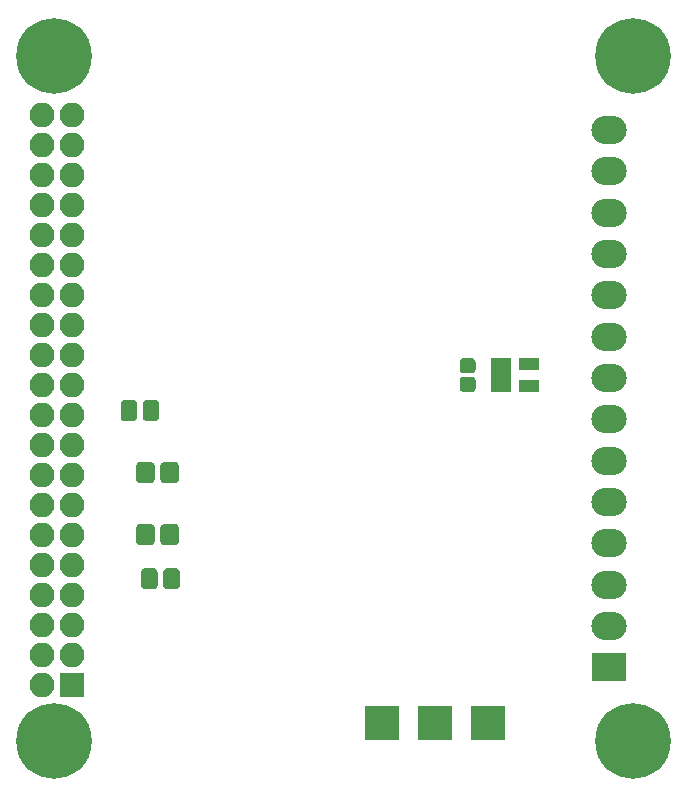
<source format=gbr>
G04 #@! TF.GenerationSoftware,KiCad,Pcbnew,6.0.0-rc1-unknown-46fddab~66~ubuntu16.04.1*
G04 #@! TF.CreationDate,2018-09-05T17:59:14+01:00*
G04 #@! TF.ProjectId,test,746573742E6B696361645F7063620000,rev?*
G04 #@! TF.SameCoordinates,Original*
G04 #@! TF.FileFunction,Soldermask,Top*
G04 #@! TF.FilePolarity,Negative*
%FSLAX46Y46*%
G04 Gerber Fmt 4.6, Leading zero omitted, Abs format (unit mm)*
G04 Created by KiCad (PCBNEW 6.0.0-rc1-unknown-46fddab~66~ubuntu16.04.1) date Wed Sep  5 17:59:14 2018*
%MOMM*%
%LPD*%
G01*
G04 APERTURE LIST*
%ADD10R,2.900000X2.900000*%
%ADD11C,6.400000*%
%ADD12C,0.100000*%
%ADD13C,1.275000*%
%ADD14R,3.000000X2.400000*%
%ADD15O,3.000000X2.400000*%
%ADD16R,2.100000X2.100000*%
%ADD17O,2.100000X2.100000*%
%ADD18R,1.790000X0.980000*%
%ADD19C,1.550000*%
%ADD20C,1.375000*%
G04 APERTURE END LIST*
D10*
G04 #@! TO.C,K*
X177750000Y-105750000D03*
G04 #@! TD*
G04 #@! TO.C,5V*
X173250000Y-105750000D03*
G04 #@! TD*
D11*
G04 #@! TO.C,REF\002A\002A*
X141000000Y-49250000D03*
G04 #@! TD*
G04 #@! TO.C,REF\002A\002A*
X190000000Y-49250000D03*
G04 #@! TD*
G04 #@! TO.C,REF\002A\002A*
X190000000Y-107250000D03*
G04 #@! TD*
G04 #@! TO.C,REF\002A\002A*
X141000000Y-107250000D03*
G04 #@! TD*
D12*
G04 #@! TO.C,C4*
G36*
X176387493Y-74826535D02*
X176418435Y-74831125D01*
X176448778Y-74838725D01*
X176478230Y-74849263D01*
X176506508Y-74862638D01*
X176533338Y-74878719D01*
X176558463Y-74897353D01*
X176581640Y-74918360D01*
X176602647Y-74941537D01*
X176621281Y-74966662D01*
X176637362Y-74993492D01*
X176650737Y-75021770D01*
X176661275Y-75051222D01*
X176668875Y-75081565D01*
X176673465Y-75112507D01*
X176675000Y-75143750D01*
X176675000Y-75781250D01*
X176673465Y-75812493D01*
X176668875Y-75843435D01*
X176661275Y-75873778D01*
X176650737Y-75903230D01*
X176637362Y-75931508D01*
X176621281Y-75958338D01*
X176602647Y-75983463D01*
X176581640Y-76006640D01*
X176558463Y-76027647D01*
X176533338Y-76046281D01*
X176506508Y-76062362D01*
X176478230Y-76075737D01*
X176448778Y-76086275D01*
X176418435Y-76093875D01*
X176387493Y-76098465D01*
X176356250Y-76100000D01*
X175643750Y-76100000D01*
X175612507Y-76098465D01*
X175581565Y-76093875D01*
X175551222Y-76086275D01*
X175521770Y-76075737D01*
X175493492Y-76062362D01*
X175466662Y-76046281D01*
X175441537Y-76027647D01*
X175418360Y-76006640D01*
X175397353Y-75983463D01*
X175378719Y-75958338D01*
X175362638Y-75931508D01*
X175349263Y-75903230D01*
X175338725Y-75873778D01*
X175331125Y-75843435D01*
X175326535Y-75812493D01*
X175325000Y-75781250D01*
X175325000Y-75143750D01*
X175326535Y-75112507D01*
X175331125Y-75081565D01*
X175338725Y-75051222D01*
X175349263Y-75021770D01*
X175362638Y-74993492D01*
X175378719Y-74966662D01*
X175397353Y-74941537D01*
X175418360Y-74918360D01*
X175441537Y-74897353D01*
X175466662Y-74878719D01*
X175493492Y-74862638D01*
X175521770Y-74849263D01*
X175551222Y-74838725D01*
X175581565Y-74831125D01*
X175612507Y-74826535D01*
X175643750Y-74825000D01*
X176356250Y-74825000D01*
X176387493Y-74826535D01*
X176387493Y-74826535D01*
G37*
D13*
X176000000Y-75462500D03*
D12*
G36*
X176387493Y-76401535D02*
X176418435Y-76406125D01*
X176448778Y-76413725D01*
X176478230Y-76424263D01*
X176506508Y-76437638D01*
X176533338Y-76453719D01*
X176558463Y-76472353D01*
X176581640Y-76493360D01*
X176602647Y-76516537D01*
X176621281Y-76541662D01*
X176637362Y-76568492D01*
X176650737Y-76596770D01*
X176661275Y-76626222D01*
X176668875Y-76656565D01*
X176673465Y-76687507D01*
X176675000Y-76718750D01*
X176675000Y-77356250D01*
X176673465Y-77387493D01*
X176668875Y-77418435D01*
X176661275Y-77448778D01*
X176650737Y-77478230D01*
X176637362Y-77506508D01*
X176621281Y-77533338D01*
X176602647Y-77558463D01*
X176581640Y-77581640D01*
X176558463Y-77602647D01*
X176533338Y-77621281D01*
X176506508Y-77637362D01*
X176478230Y-77650737D01*
X176448778Y-77661275D01*
X176418435Y-77668875D01*
X176387493Y-77673465D01*
X176356250Y-77675000D01*
X175643750Y-77675000D01*
X175612507Y-77673465D01*
X175581565Y-77668875D01*
X175551222Y-77661275D01*
X175521770Y-77650737D01*
X175493492Y-77637362D01*
X175466662Y-77621281D01*
X175441537Y-77602647D01*
X175418360Y-77581640D01*
X175397353Y-77558463D01*
X175378719Y-77533338D01*
X175362638Y-77506508D01*
X175349263Y-77478230D01*
X175338725Y-77448778D01*
X175331125Y-77418435D01*
X175326535Y-77387493D01*
X175325000Y-77356250D01*
X175325000Y-76718750D01*
X175326535Y-76687507D01*
X175331125Y-76656565D01*
X175338725Y-76626222D01*
X175349263Y-76596770D01*
X175362638Y-76568492D01*
X175378719Y-76541662D01*
X175397353Y-76516537D01*
X175418360Y-76493360D01*
X175441537Y-76472353D01*
X175466662Y-76453719D01*
X175493492Y-76437638D01*
X175521770Y-76424263D01*
X175551222Y-76413725D01*
X175581565Y-76406125D01*
X175612507Y-76401535D01*
X175643750Y-76400000D01*
X176356250Y-76400000D01*
X176387493Y-76401535D01*
X176387493Y-76401535D01*
G37*
D13*
X176000000Y-77037500D03*
G04 #@! TD*
D14*
G04 #@! TO.C,J1*
X188000000Y-101000000D03*
D15*
X188000000Y-97500000D03*
X188000000Y-94000000D03*
X188000000Y-90500000D03*
X188000000Y-87000000D03*
X188000000Y-83500000D03*
X188000000Y-80000000D03*
X188000000Y-76500000D03*
X188000000Y-73000000D03*
X188000000Y-69500000D03*
X188000000Y-66000000D03*
X188000000Y-62500000D03*
X188000000Y-59000000D03*
X188000000Y-55500000D03*
G04 #@! TD*
D16*
G04 #@! TO.C,RASPI_2_3_HEADER1*
X142500000Y-102500000D03*
D17*
X139960000Y-102500000D03*
X142500000Y-99960000D03*
X139960000Y-99960000D03*
X142500000Y-97420000D03*
X139960000Y-97420000D03*
X142500000Y-94880000D03*
X139960000Y-94880000D03*
X142500000Y-92340000D03*
X139960000Y-92340000D03*
X142500000Y-89800000D03*
X139960000Y-89800000D03*
X142500000Y-87260000D03*
X139960000Y-87260000D03*
X142500000Y-84720000D03*
X139960000Y-84720000D03*
X142500000Y-82180000D03*
X139960000Y-82180000D03*
X142500000Y-79640000D03*
X139960000Y-79640000D03*
X142500000Y-77100000D03*
X139960000Y-77100000D03*
X142500000Y-74560000D03*
X139960000Y-74560000D03*
X142500000Y-72020000D03*
X139960000Y-72020000D03*
X142500000Y-69480000D03*
X139960000Y-69480000D03*
X142500000Y-66940000D03*
X139960000Y-66940000D03*
X142500000Y-64400000D03*
X139960000Y-64400000D03*
X142500000Y-61860000D03*
X139960000Y-61860000D03*
X142500000Y-59320000D03*
X139960000Y-59320000D03*
X142500000Y-56780000D03*
X139960000Y-56780000D03*
X142500000Y-54240000D03*
X139960000Y-54240000D03*
G04 #@! TD*
D18*
G04 #@! TO.C,U4*
X178835000Y-75300000D03*
X178835000Y-76250000D03*
X178835000Y-77200000D03*
X181165000Y-77200000D03*
X181165000Y-75300000D03*
G04 #@! TD*
D10*
G04 #@! TO.C,GND*
X168750000Y-105750000D03*
G04 #@! TD*
D12*
G04 #@! TO.C,D2*
G36*
X149196071Y-83601623D02*
X149228781Y-83606475D01*
X149260857Y-83614509D01*
X149291991Y-83625649D01*
X149321884Y-83639787D01*
X149350247Y-83656787D01*
X149376807Y-83676485D01*
X149401308Y-83698692D01*
X149423515Y-83723193D01*
X149443213Y-83749753D01*
X149460213Y-83778116D01*
X149474351Y-83808009D01*
X149485491Y-83839143D01*
X149493525Y-83871219D01*
X149498377Y-83903929D01*
X149500000Y-83936956D01*
X149500000Y-85063044D01*
X149498377Y-85096071D01*
X149493525Y-85128781D01*
X149485491Y-85160857D01*
X149474351Y-85191991D01*
X149460213Y-85221884D01*
X149443213Y-85250247D01*
X149423515Y-85276807D01*
X149401308Y-85301308D01*
X149376807Y-85323515D01*
X149350247Y-85343213D01*
X149321884Y-85360213D01*
X149291991Y-85374351D01*
X149260857Y-85385491D01*
X149228781Y-85393525D01*
X149196071Y-85398377D01*
X149163044Y-85400000D01*
X148286956Y-85400000D01*
X148253929Y-85398377D01*
X148221219Y-85393525D01*
X148189143Y-85385491D01*
X148158009Y-85374351D01*
X148128116Y-85360213D01*
X148099753Y-85343213D01*
X148073193Y-85323515D01*
X148048692Y-85301308D01*
X148026485Y-85276807D01*
X148006787Y-85250247D01*
X147989787Y-85221884D01*
X147975649Y-85191991D01*
X147964509Y-85160857D01*
X147956475Y-85128781D01*
X147951623Y-85096071D01*
X147950000Y-85063044D01*
X147950000Y-83936956D01*
X147951623Y-83903929D01*
X147956475Y-83871219D01*
X147964509Y-83839143D01*
X147975649Y-83808009D01*
X147989787Y-83778116D01*
X148006787Y-83749753D01*
X148026485Y-83723193D01*
X148048692Y-83698692D01*
X148073193Y-83676485D01*
X148099753Y-83656787D01*
X148128116Y-83639787D01*
X148158009Y-83625649D01*
X148189143Y-83614509D01*
X148221219Y-83606475D01*
X148253929Y-83601623D01*
X148286956Y-83600000D01*
X149163044Y-83600000D01*
X149196071Y-83601623D01*
X149196071Y-83601623D01*
G37*
D19*
X148725000Y-84500000D03*
D12*
G36*
X151246071Y-83601623D02*
X151278781Y-83606475D01*
X151310857Y-83614509D01*
X151341991Y-83625649D01*
X151371884Y-83639787D01*
X151400247Y-83656787D01*
X151426807Y-83676485D01*
X151451308Y-83698692D01*
X151473515Y-83723193D01*
X151493213Y-83749753D01*
X151510213Y-83778116D01*
X151524351Y-83808009D01*
X151535491Y-83839143D01*
X151543525Y-83871219D01*
X151548377Y-83903929D01*
X151550000Y-83936956D01*
X151550000Y-85063044D01*
X151548377Y-85096071D01*
X151543525Y-85128781D01*
X151535491Y-85160857D01*
X151524351Y-85191991D01*
X151510213Y-85221884D01*
X151493213Y-85250247D01*
X151473515Y-85276807D01*
X151451308Y-85301308D01*
X151426807Y-85323515D01*
X151400247Y-85343213D01*
X151371884Y-85360213D01*
X151341991Y-85374351D01*
X151310857Y-85385491D01*
X151278781Y-85393525D01*
X151246071Y-85398377D01*
X151213044Y-85400000D01*
X150336956Y-85400000D01*
X150303929Y-85398377D01*
X150271219Y-85393525D01*
X150239143Y-85385491D01*
X150208009Y-85374351D01*
X150178116Y-85360213D01*
X150149753Y-85343213D01*
X150123193Y-85323515D01*
X150098692Y-85301308D01*
X150076485Y-85276807D01*
X150056787Y-85250247D01*
X150039787Y-85221884D01*
X150025649Y-85191991D01*
X150014509Y-85160857D01*
X150006475Y-85128781D01*
X150001623Y-85096071D01*
X150000000Y-85063044D01*
X150000000Y-83936956D01*
X150001623Y-83903929D01*
X150006475Y-83871219D01*
X150014509Y-83839143D01*
X150025649Y-83808009D01*
X150039787Y-83778116D01*
X150056787Y-83749753D01*
X150076485Y-83723193D01*
X150098692Y-83698692D01*
X150123193Y-83676485D01*
X150149753Y-83656787D01*
X150178116Y-83639787D01*
X150208009Y-83625649D01*
X150239143Y-83614509D01*
X150271219Y-83606475D01*
X150303929Y-83601623D01*
X150336956Y-83600000D01*
X151213044Y-83600000D01*
X151246071Y-83601623D01*
X151246071Y-83601623D01*
G37*
D19*
X150775000Y-84500000D03*
G04 #@! TD*
D12*
G04 #@! TO.C,D3*
G36*
X151246071Y-88851623D02*
X151278781Y-88856475D01*
X151310857Y-88864509D01*
X151341991Y-88875649D01*
X151371884Y-88889787D01*
X151400247Y-88906787D01*
X151426807Y-88926485D01*
X151451308Y-88948692D01*
X151473515Y-88973193D01*
X151493213Y-88999753D01*
X151510213Y-89028116D01*
X151524351Y-89058009D01*
X151535491Y-89089143D01*
X151543525Y-89121219D01*
X151548377Y-89153929D01*
X151550000Y-89186956D01*
X151550000Y-90313044D01*
X151548377Y-90346071D01*
X151543525Y-90378781D01*
X151535491Y-90410857D01*
X151524351Y-90441991D01*
X151510213Y-90471884D01*
X151493213Y-90500247D01*
X151473515Y-90526807D01*
X151451308Y-90551308D01*
X151426807Y-90573515D01*
X151400247Y-90593213D01*
X151371884Y-90610213D01*
X151341991Y-90624351D01*
X151310857Y-90635491D01*
X151278781Y-90643525D01*
X151246071Y-90648377D01*
X151213044Y-90650000D01*
X150336956Y-90650000D01*
X150303929Y-90648377D01*
X150271219Y-90643525D01*
X150239143Y-90635491D01*
X150208009Y-90624351D01*
X150178116Y-90610213D01*
X150149753Y-90593213D01*
X150123193Y-90573515D01*
X150098692Y-90551308D01*
X150076485Y-90526807D01*
X150056787Y-90500247D01*
X150039787Y-90471884D01*
X150025649Y-90441991D01*
X150014509Y-90410857D01*
X150006475Y-90378781D01*
X150001623Y-90346071D01*
X150000000Y-90313044D01*
X150000000Y-89186956D01*
X150001623Y-89153929D01*
X150006475Y-89121219D01*
X150014509Y-89089143D01*
X150025649Y-89058009D01*
X150039787Y-89028116D01*
X150056787Y-88999753D01*
X150076485Y-88973193D01*
X150098692Y-88948692D01*
X150123193Y-88926485D01*
X150149753Y-88906787D01*
X150178116Y-88889787D01*
X150208009Y-88875649D01*
X150239143Y-88864509D01*
X150271219Y-88856475D01*
X150303929Y-88851623D01*
X150336956Y-88850000D01*
X151213044Y-88850000D01*
X151246071Y-88851623D01*
X151246071Y-88851623D01*
G37*
D19*
X150775000Y-89750000D03*
D12*
G36*
X149196071Y-88851623D02*
X149228781Y-88856475D01*
X149260857Y-88864509D01*
X149291991Y-88875649D01*
X149321884Y-88889787D01*
X149350247Y-88906787D01*
X149376807Y-88926485D01*
X149401308Y-88948692D01*
X149423515Y-88973193D01*
X149443213Y-88999753D01*
X149460213Y-89028116D01*
X149474351Y-89058009D01*
X149485491Y-89089143D01*
X149493525Y-89121219D01*
X149498377Y-89153929D01*
X149500000Y-89186956D01*
X149500000Y-90313044D01*
X149498377Y-90346071D01*
X149493525Y-90378781D01*
X149485491Y-90410857D01*
X149474351Y-90441991D01*
X149460213Y-90471884D01*
X149443213Y-90500247D01*
X149423515Y-90526807D01*
X149401308Y-90551308D01*
X149376807Y-90573515D01*
X149350247Y-90593213D01*
X149321884Y-90610213D01*
X149291991Y-90624351D01*
X149260857Y-90635491D01*
X149228781Y-90643525D01*
X149196071Y-90648377D01*
X149163044Y-90650000D01*
X148286956Y-90650000D01*
X148253929Y-90648377D01*
X148221219Y-90643525D01*
X148189143Y-90635491D01*
X148158009Y-90624351D01*
X148128116Y-90610213D01*
X148099753Y-90593213D01*
X148073193Y-90573515D01*
X148048692Y-90551308D01*
X148026485Y-90526807D01*
X148006787Y-90500247D01*
X147989787Y-90471884D01*
X147975649Y-90441991D01*
X147964509Y-90410857D01*
X147956475Y-90378781D01*
X147951623Y-90346071D01*
X147950000Y-90313044D01*
X147950000Y-89186956D01*
X147951623Y-89153929D01*
X147956475Y-89121219D01*
X147964509Y-89089143D01*
X147975649Y-89058009D01*
X147989787Y-89028116D01*
X148006787Y-88999753D01*
X148026485Y-88973193D01*
X148048692Y-88948692D01*
X148073193Y-88926485D01*
X148099753Y-88906787D01*
X148128116Y-88889787D01*
X148158009Y-88875649D01*
X148189143Y-88864509D01*
X148221219Y-88856475D01*
X148253929Y-88851623D01*
X148286956Y-88850000D01*
X149163044Y-88850000D01*
X149196071Y-88851623D01*
X149196071Y-88851623D01*
G37*
D19*
X148725000Y-89750000D03*
G04 #@! TD*
D12*
G04 #@! TO.C,R18*
G36*
X149564943Y-78351655D02*
X149598312Y-78356605D01*
X149631035Y-78364802D01*
X149662797Y-78376166D01*
X149693293Y-78390590D01*
X149722227Y-78407932D01*
X149749323Y-78428028D01*
X149774318Y-78450682D01*
X149796972Y-78475677D01*
X149817068Y-78502773D01*
X149834410Y-78531707D01*
X149848834Y-78562203D01*
X149860198Y-78593965D01*
X149868395Y-78626688D01*
X149873345Y-78660057D01*
X149875000Y-78693750D01*
X149875000Y-79806250D01*
X149873345Y-79839943D01*
X149868395Y-79873312D01*
X149860198Y-79906035D01*
X149848834Y-79937797D01*
X149834410Y-79968293D01*
X149817068Y-79997227D01*
X149796972Y-80024323D01*
X149774318Y-80049318D01*
X149749323Y-80071972D01*
X149722227Y-80092068D01*
X149693293Y-80109410D01*
X149662797Y-80123834D01*
X149631035Y-80135198D01*
X149598312Y-80143395D01*
X149564943Y-80148345D01*
X149531250Y-80150000D01*
X148843750Y-80150000D01*
X148810057Y-80148345D01*
X148776688Y-80143395D01*
X148743965Y-80135198D01*
X148712203Y-80123834D01*
X148681707Y-80109410D01*
X148652773Y-80092068D01*
X148625677Y-80071972D01*
X148600682Y-80049318D01*
X148578028Y-80024323D01*
X148557932Y-79997227D01*
X148540590Y-79968293D01*
X148526166Y-79937797D01*
X148514802Y-79906035D01*
X148506605Y-79873312D01*
X148501655Y-79839943D01*
X148500000Y-79806250D01*
X148500000Y-78693750D01*
X148501655Y-78660057D01*
X148506605Y-78626688D01*
X148514802Y-78593965D01*
X148526166Y-78562203D01*
X148540590Y-78531707D01*
X148557932Y-78502773D01*
X148578028Y-78475677D01*
X148600682Y-78450682D01*
X148625677Y-78428028D01*
X148652773Y-78407932D01*
X148681707Y-78390590D01*
X148712203Y-78376166D01*
X148743965Y-78364802D01*
X148776688Y-78356605D01*
X148810057Y-78351655D01*
X148843750Y-78350000D01*
X149531250Y-78350000D01*
X149564943Y-78351655D01*
X149564943Y-78351655D01*
G37*
D20*
X149187500Y-79250000D03*
D12*
G36*
X147689943Y-78351655D02*
X147723312Y-78356605D01*
X147756035Y-78364802D01*
X147787797Y-78376166D01*
X147818293Y-78390590D01*
X147847227Y-78407932D01*
X147874323Y-78428028D01*
X147899318Y-78450682D01*
X147921972Y-78475677D01*
X147942068Y-78502773D01*
X147959410Y-78531707D01*
X147973834Y-78562203D01*
X147985198Y-78593965D01*
X147993395Y-78626688D01*
X147998345Y-78660057D01*
X148000000Y-78693750D01*
X148000000Y-79806250D01*
X147998345Y-79839943D01*
X147993395Y-79873312D01*
X147985198Y-79906035D01*
X147973834Y-79937797D01*
X147959410Y-79968293D01*
X147942068Y-79997227D01*
X147921972Y-80024323D01*
X147899318Y-80049318D01*
X147874323Y-80071972D01*
X147847227Y-80092068D01*
X147818293Y-80109410D01*
X147787797Y-80123834D01*
X147756035Y-80135198D01*
X147723312Y-80143395D01*
X147689943Y-80148345D01*
X147656250Y-80150000D01*
X146968750Y-80150000D01*
X146935057Y-80148345D01*
X146901688Y-80143395D01*
X146868965Y-80135198D01*
X146837203Y-80123834D01*
X146806707Y-80109410D01*
X146777773Y-80092068D01*
X146750677Y-80071972D01*
X146725682Y-80049318D01*
X146703028Y-80024323D01*
X146682932Y-79997227D01*
X146665590Y-79968293D01*
X146651166Y-79937797D01*
X146639802Y-79906035D01*
X146631605Y-79873312D01*
X146626655Y-79839943D01*
X146625000Y-79806250D01*
X146625000Y-78693750D01*
X146626655Y-78660057D01*
X146631605Y-78626688D01*
X146639802Y-78593965D01*
X146651166Y-78562203D01*
X146665590Y-78531707D01*
X146682932Y-78502773D01*
X146703028Y-78475677D01*
X146725682Y-78450682D01*
X146750677Y-78428028D01*
X146777773Y-78407932D01*
X146806707Y-78390590D01*
X146837203Y-78376166D01*
X146868965Y-78364802D01*
X146901688Y-78356605D01*
X146935057Y-78351655D01*
X146968750Y-78350000D01*
X147656250Y-78350000D01*
X147689943Y-78351655D01*
X147689943Y-78351655D01*
G37*
D20*
X147312500Y-79250000D03*
G04 #@! TD*
D12*
G04 #@! TO.C,R19*
G36*
X149439943Y-92601655D02*
X149473312Y-92606605D01*
X149506035Y-92614802D01*
X149537797Y-92626166D01*
X149568293Y-92640590D01*
X149597227Y-92657932D01*
X149624323Y-92678028D01*
X149649318Y-92700682D01*
X149671972Y-92725677D01*
X149692068Y-92752773D01*
X149709410Y-92781707D01*
X149723834Y-92812203D01*
X149735198Y-92843965D01*
X149743395Y-92876688D01*
X149748345Y-92910057D01*
X149750000Y-92943750D01*
X149750000Y-94056250D01*
X149748345Y-94089943D01*
X149743395Y-94123312D01*
X149735198Y-94156035D01*
X149723834Y-94187797D01*
X149709410Y-94218293D01*
X149692068Y-94247227D01*
X149671972Y-94274323D01*
X149649318Y-94299318D01*
X149624323Y-94321972D01*
X149597227Y-94342068D01*
X149568293Y-94359410D01*
X149537797Y-94373834D01*
X149506035Y-94385198D01*
X149473312Y-94393395D01*
X149439943Y-94398345D01*
X149406250Y-94400000D01*
X148718750Y-94400000D01*
X148685057Y-94398345D01*
X148651688Y-94393395D01*
X148618965Y-94385198D01*
X148587203Y-94373834D01*
X148556707Y-94359410D01*
X148527773Y-94342068D01*
X148500677Y-94321972D01*
X148475682Y-94299318D01*
X148453028Y-94274323D01*
X148432932Y-94247227D01*
X148415590Y-94218293D01*
X148401166Y-94187797D01*
X148389802Y-94156035D01*
X148381605Y-94123312D01*
X148376655Y-94089943D01*
X148375000Y-94056250D01*
X148375000Y-92943750D01*
X148376655Y-92910057D01*
X148381605Y-92876688D01*
X148389802Y-92843965D01*
X148401166Y-92812203D01*
X148415590Y-92781707D01*
X148432932Y-92752773D01*
X148453028Y-92725677D01*
X148475682Y-92700682D01*
X148500677Y-92678028D01*
X148527773Y-92657932D01*
X148556707Y-92640590D01*
X148587203Y-92626166D01*
X148618965Y-92614802D01*
X148651688Y-92606605D01*
X148685057Y-92601655D01*
X148718750Y-92600000D01*
X149406250Y-92600000D01*
X149439943Y-92601655D01*
X149439943Y-92601655D01*
G37*
D20*
X149062500Y-93500000D03*
D12*
G36*
X151314943Y-92601655D02*
X151348312Y-92606605D01*
X151381035Y-92614802D01*
X151412797Y-92626166D01*
X151443293Y-92640590D01*
X151472227Y-92657932D01*
X151499323Y-92678028D01*
X151524318Y-92700682D01*
X151546972Y-92725677D01*
X151567068Y-92752773D01*
X151584410Y-92781707D01*
X151598834Y-92812203D01*
X151610198Y-92843965D01*
X151618395Y-92876688D01*
X151623345Y-92910057D01*
X151625000Y-92943750D01*
X151625000Y-94056250D01*
X151623345Y-94089943D01*
X151618395Y-94123312D01*
X151610198Y-94156035D01*
X151598834Y-94187797D01*
X151584410Y-94218293D01*
X151567068Y-94247227D01*
X151546972Y-94274323D01*
X151524318Y-94299318D01*
X151499323Y-94321972D01*
X151472227Y-94342068D01*
X151443293Y-94359410D01*
X151412797Y-94373834D01*
X151381035Y-94385198D01*
X151348312Y-94393395D01*
X151314943Y-94398345D01*
X151281250Y-94400000D01*
X150593750Y-94400000D01*
X150560057Y-94398345D01*
X150526688Y-94393395D01*
X150493965Y-94385198D01*
X150462203Y-94373834D01*
X150431707Y-94359410D01*
X150402773Y-94342068D01*
X150375677Y-94321972D01*
X150350682Y-94299318D01*
X150328028Y-94274323D01*
X150307932Y-94247227D01*
X150290590Y-94218293D01*
X150276166Y-94187797D01*
X150264802Y-94156035D01*
X150256605Y-94123312D01*
X150251655Y-94089943D01*
X150250000Y-94056250D01*
X150250000Y-92943750D01*
X150251655Y-92910057D01*
X150256605Y-92876688D01*
X150264802Y-92843965D01*
X150276166Y-92812203D01*
X150290590Y-92781707D01*
X150307932Y-92752773D01*
X150328028Y-92725677D01*
X150350682Y-92700682D01*
X150375677Y-92678028D01*
X150402773Y-92657932D01*
X150431707Y-92640590D01*
X150462203Y-92626166D01*
X150493965Y-92614802D01*
X150526688Y-92606605D01*
X150560057Y-92601655D01*
X150593750Y-92600000D01*
X151281250Y-92600000D01*
X151314943Y-92601655D01*
X151314943Y-92601655D01*
G37*
D20*
X150937500Y-93500000D03*
G04 #@! TD*
M02*

</source>
